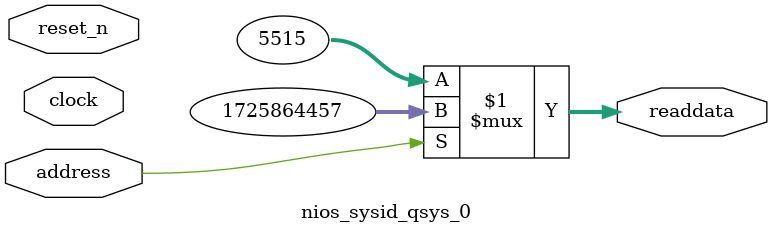
<source format=v>

`timescale 1ns / 1ps
// synthesis translate_on

// turn off superfluous verilog processor warnings 
// altera message_level Level1 
// altera message_off 10034 10035 10036 10037 10230 10240 10030 

module nios_sysid_qsys_0 (
               // inputs:
                address,
                clock,
                reset_n,

               // outputs:
                readdata
             )
;

  output  [ 31: 0] readdata;
  input            address;
  input            clock;
  input            reset_n;

  wire    [ 31: 0] readdata;
  //control_slave, which is an e_avalon_slave
  assign readdata = address ? 1725864457 : 5515;

endmodule




</source>
